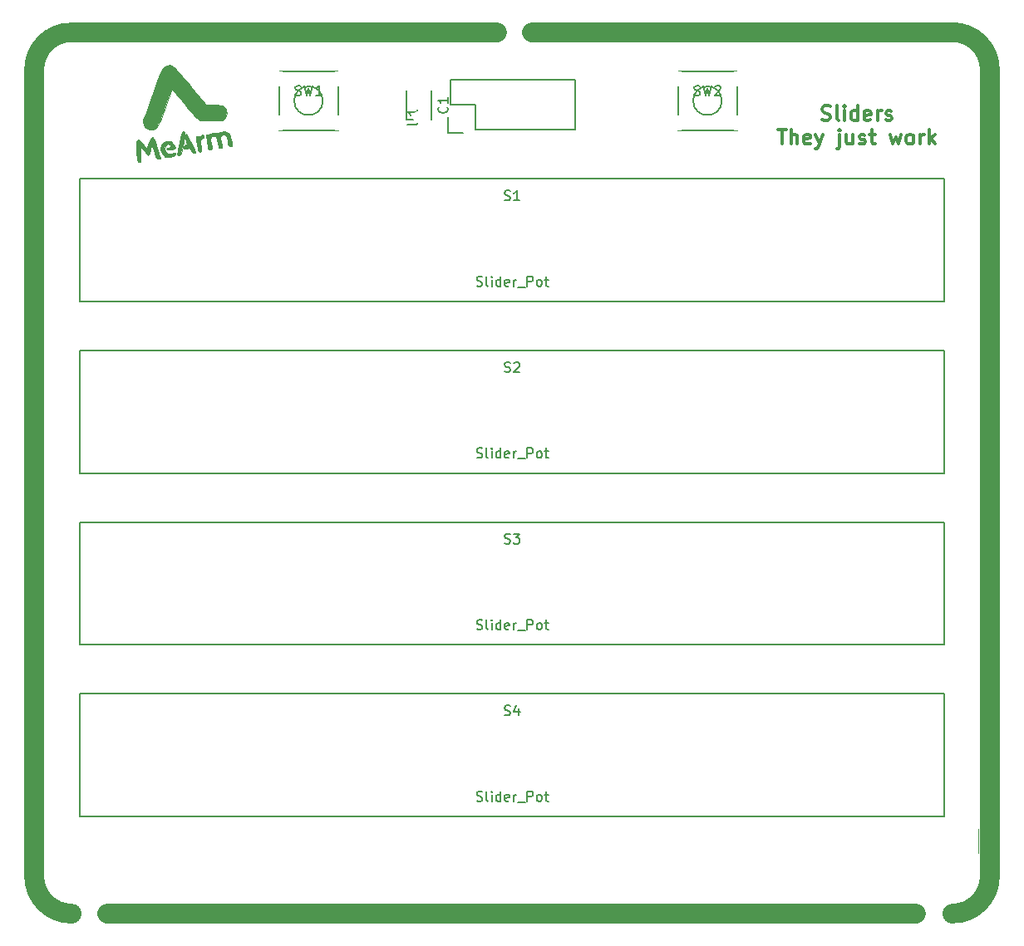
<source format=gto>
G04 #@! TF.FileFunction,Legend,Top*
%FSLAX46Y46*%
G04 Gerber Fmt 4.6, Leading zero omitted, Abs format (unit mm)*
G04 Created by KiCad (PCBNEW (2015-01-16 BZR 5376)-product) date 24/06/2015 09:06:33*
%MOMM*%
G01*
G04 APERTURE LIST*
%ADD10C,0.100000*%
%ADD11C,2.000000*%
%ADD12C,0.300000*%
%ADD13C,0.150000*%
%ADD14C,0.300000*%
%ADD15O,2.200000X1.524000*%
%ADD16R,1.300000X1.300000*%
%ADD17C,1.300000*%
%ADD18O,2.400000X3.000000*%
%ADD19R,1.727200X1.727200*%
%ADD20O,1.727200X1.727200*%
%ADD21C,4.000000*%
G04 APERTURE END LIST*
D10*
D11*
X134493000Y-43815000D02*
X177546000Y-43815000D01*
X87693500Y-43815000D02*
X131000500Y-43815000D01*
X91249500Y-133667500D02*
X173672500Y-133667500D01*
X181165500Y-47625000D02*
X181165500Y-130048000D01*
X83820000Y-47625000D02*
X83820000Y-129921000D01*
X83820000Y-129857500D02*
G75*
G03X87630000Y-133667500I3810000J0D01*
G01*
X181165500Y-47625000D02*
G75*
G03X177355500Y-43815000I-3810000J0D01*
G01*
X177355500Y-133667500D02*
G75*
G03X181165500Y-129857500I0J3810000D01*
G01*
X87630000Y-43815000D02*
G75*
G03X83820000Y-47625000I0J-3810000D01*
G01*
D12*
X164068572Y-52747143D02*
X164282858Y-52818571D01*
X164640001Y-52818571D01*
X164782858Y-52747143D01*
X164854287Y-52675714D01*
X164925715Y-52532857D01*
X164925715Y-52390000D01*
X164854287Y-52247143D01*
X164782858Y-52175714D01*
X164640001Y-52104286D01*
X164354287Y-52032857D01*
X164211429Y-51961429D01*
X164140001Y-51890000D01*
X164068572Y-51747143D01*
X164068572Y-51604286D01*
X164140001Y-51461429D01*
X164211429Y-51390000D01*
X164354287Y-51318571D01*
X164711429Y-51318571D01*
X164925715Y-51390000D01*
X165782858Y-52818571D02*
X165640000Y-52747143D01*
X165568572Y-52604286D01*
X165568572Y-51318571D01*
X166354286Y-52818571D02*
X166354286Y-51818571D01*
X166354286Y-51318571D02*
X166282857Y-51390000D01*
X166354286Y-51461429D01*
X166425714Y-51390000D01*
X166354286Y-51318571D01*
X166354286Y-51461429D01*
X167711429Y-52818571D02*
X167711429Y-51318571D01*
X167711429Y-52747143D02*
X167568572Y-52818571D01*
X167282858Y-52818571D01*
X167140000Y-52747143D01*
X167068572Y-52675714D01*
X166997143Y-52532857D01*
X166997143Y-52104286D01*
X167068572Y-51961429D01*
X167140000Y-51890000D01*
X167282858Y-51818571D01*
X167568572Y-51818571D01*
X167711429Y-51890000D01*
X168997143Y-52747143D02*
X168854286Y-52818571D01*
X168568572Y-52818571D01*
X168425715Y-52747143D01*
X168354286Y-52604286D01*
X168354286Y-52032857D01*
X168425715Y-51890000D01*
X168568572Y-51818571D01*
X168854286Y-51818571D01*
X168997143Y-51890000D01*
X169068572Y-52032857D01*
X169068572Y-52175714D01*
X168354286Y-52318571D01*
X169711429Y-52818571D02*
X169711429Y-51818571D01*
X169711429Y-52104286D02*
X169782857Y-51961429D01*
X169854286Y-51890000D01*
X169997143Y-51818571D01*
X170140000Y-51818571D01*
X170568571Y-52747143D02*
X170711428Y-52818571D01*
X170997143Y-52818571D01*
X171140000Y-52747143D01*
X171211428Y-52604286D01*
X171211428Y-52532857D01*
X171140000Y-52390000D01*
X170997143Y-52318571D01*
X170782857Y-52318571D01*
X170640000Y-52247143D01*
X170568571Y-52104286D01*
X170568571Y-52032857D01*
X170640000Y-51890000D01*
X170782857Y-51818571D01*
X170997143Y-51818571D01*
X171140000Y-51890000D01*
X159568571Y-53718571D02*
X160425714Y-53718571D01*
X159997143Y-55218571D02*
X159997143Y-53718571D01*
X160925714Y-55218571D02*
X160925714Y-53718571D01*
X161568571Y-55218571D02*
X161568571Y-54432857D01*
X161497142Y-54290000D01*
X161354285Y-54218571D01*
X161140000Y-54218571D01*
X160997142Y-54290000D01*
X160925714Y-54361429D01*
X162854285Y-55147143D02*
X162711428Y-55218571D01*
X162425714Y-55218571D01*
X162282857Y-55147143D01*
X162211428Y-55004286D01*
X162211428Y-54432857D01*
X162282857Y-54290000D01*
X162425714Y-54218571D01*
X162711428Y-54218571D01*
X162854285Y-54290000D01*
X162925714Y-54432857D01*
X162925714Y-54575714D01*
X162211428Y-54718571D01*
X163425714Y-54218571D02*
X163782857Y-55218571D01*
X164139999Y-54218571D02*
X163782857Y-55218571D01*
X163639999Y-55575714D01*
X163568571Y-55647143D01*
X163425714Y-55718571D01*
X165854285Y-54218571D02*
X165854285Y-55504286D01*
X165782856Y-55647143D01*
X165639999Y-55718571D01*
X165568571Y-55718571D01*
X165854285Y-53718571D02*
X165782856Y-53790000D01*
X165854285Y-53861429D01*
X165925713Y-53790000D01*
X165854285Y-53718571D01*
X165854285Y-53861429D01*
X167211428Y-54218571D02*
X167211428Y-55218571D01*
X166568571Y-54218571D02*
X166568571Y-55004286D01*
X166639999Y-55147143D01*
X166782857Y-55218571D01*
X166997142Y-55218571D01*
X167139999Y-55147143D01*
X167211428Y-55075714D01*
X167854285Y-55147143D02*
X167997142Y-55218571D01*
X168282857Y-55218571D01*
X168425714Y-55147143D01*
X168497142Y-55004286D01*
X168497142Y-54932857D01*
X168425714Y-54790000D01*
X168282857Y-54718571D01*
X168068571Y-54718571D01*
X167925714Y-54647143D01*
X167854285Y-54504286D01*
X167854285Y-54432857D01*
X167925714Y-54290000D01*
X168068571Y-54218571D01*
X168282857Y-54218571D01*
X168425714Y-54290000D01*
X168925714Y-54218571D02*
X169497143Y-54218571D01*
X169140000Y-53718571D02*
X169140000Y-55004286D01*
X169211428Y-55147143D01*
X169354286Y-55218571D01*
X169497143Y-55218571D01*
X170997143Y-54218571D02*
X171282857Y-55218571D01*
X171568571Y-54504286D01*
X171854286Y-55218571D01*
X172140000Y-54218571D01*
X172925715Y-55218571D02*
X172782857Y-55147143D01*
X172711429Y-55075714D01*
X172640000Y-54932857D01*
X172640000Y-54504286D01*
X172711429Y-54361429D01*
X172782857Y-54290000D01*
X172925715Y-54218571D01*
X173140000Y-54218571D01*
X173282857Y-54290000D01*
X173354286Y-54361429D01*
X173425715Y-54504286D01*
X173425715Y-54932857D01*
X173354286Y-55075714D01*
X173282857Y-55147143D01*
X173140000Y-55218571D01*
X172925715Y-55218571D01*
X174068572Y-55218571D02*
X174068572Y-54218571D01*
X174068572Y-54504286D02*
X174140000Y-54361429D01*
X174211429Y-54290000D01*
X174354286Y-54218571D01*
X174497143Y-54218571D01*
X174997143Y-55218571D02*
X174997143Y-53718571D01*
X175140000Y-54647143D02*
X175568571Y-55218571D01*
X175568571Y-54218571D02*
X174997143Y-54790000D01*
D10*
X180000000Y-125000000D02*
X180000000Y-127500000D01*
D13*
X149400000Y-53800000D02*
X149400000Y-47800000D01*
X149400000Y-47800000D02*
X155400000Y-47800000D01*
X155400000Y-47800000D02*
X155400000Y-53800000D01*
X155400000Y-53800000D02*
X149400000Y-53800000D01*
X153857738Y-50800000D02*
G75*
G03X153857738Y-50800000I-1457738J0D01*
G01*
X108760000Y-53800000D02*
X108760000Y-47800000D01*
X108760000Y-47800000D02*
X114760000Y-47800000D01*
X114760000Y-47800000D02*
X114760000Y-53800000D01*
X114760000Y-53800000D02*
X108760000Y-53800000D01*
X113217738Y-50800000D02*
G75*
G03X113217738Y-50800000I-1457738J0D01*
G01*
X124250000Y-49750000D02*
X124250000Y-52750000D01*
X121750000Y-52750000D02*
X121750000Y-49750000D01*
X88500000Y-58750000D02*
X176500000Y-58750000D01*
X176500000Y-58750000D02*
X176500000Y-71250000D01*
X176500000Y-71250000D02*
X88500000Y-71250000D01*
X88500000Y-58750000D02*
X88500000Y-71250000D01*
X88500000Y-76250000D02*
X176500000Y-76250000D01*
X176500000Y-76250000D02*
X176500000Y-88750000D01*
X176500000Y-88750000D02*
X88500000Y-88750000D01*
X88500000Y-76250000D02*
X88500000Y-88750000D01*
X88500000Y-93750000D02*
X176500000Y-93750000D01*
X176500000Y-93750000D02*
X176500000Y-106250000D01*
X176500000Y-106250000D02*
X88500000Y-106250000D01*
X88500000Y-93750000D02*
X88500000Y-106250000D01*
X88500000Y-111250000D02*
X176500000Y-111250000D01*
X176500000Y-111250000D02*
X176500000Y-123750000D01*
X176500000Y-123750000D02*
X88500000Y-123750000D01*
X88500000Y-111250000D02*
X88500000Y-123750000D01*
X126230000Y-48690000D02*
X138930000Y-48690000D01*
X138930000Y-48690000D02*
X138930000Y-53770000D01*
X138930000Y-53770000D02*
X128770000Y-53770000D01*
X126230000Y-48690000D02*
X126230000Y-51230000D01*
X125950000Y-52500000D02*
X125950000Y-54050000D01*
X126230000Y-51230000D02*
X128770000Y-51230000D01*
X128770000Y-51230000D02*
X128770000Y-53770000D01*
X125950000Y-54050000D02*
X127500000Y-54050000D01*
D10*
G36*
X96654350Y-56578500D02*
X96651023Y-56690311D01*
X96520447Y-56726127D01*
X96486958Y-56726667D01*
X96372593Y-56710694D01*
X96287545Y-56640160D01*
X96210006Y-56481140D01*
X96118168Y-56199711D01*
X96092357Y-56112833D01*
X95996587Y-55807471D01*
X95910128Y-55566137D01*
X95849726Y-55435038D01*
X95844101Y-55427896D01*
X95784657Y-55461073D01*
X95700162Y-55620167D01*
X95629923Y-55808896D01*
X95539432Y-56068891D01*
X95461582Y-56260305D01*
X95426123Y-56324236D01*
X95350711Y-56295198D01*
X95208440Y-56157973D01*
X95034364Y-55947654D01*
X94855030Y-55718128D01*
X94750893Y-55610421D01*
X94697960Y-55609109D01*
X94672239Y-55698770D01*
X94670050Y-55713463D01*
X94659421Y-55903606D01*
X94661030Y-56195840D01*
X94672818Y-56492212D01*
X94686222Y-56795713D01*
X94676862Y-56967555D01*
X94635087Y-57044905D01*
X94551246Y-57064928D01*
X94523996Y-57065333D01*
X94421497Y-57045761D01*
X94357897Y-56961684D01*
X94315973Y-56775059D01*
X94288395Y-56544913D01*
X94259677Y-56175683D01*
X94239965Y-55741573D01*
X94234000Y-55401913D01*
X94238423Y-55080457D01*
X94257839Y-54893060D01*
X94301463Y-54804549D01*
X94378515Y-54779746D01*
X94397148Y-54779333D01*
X94541967Y-54846386D01*
X94738434Y-55026577D01*
X94883981Y-55199060D01*
X95061104Y-55418433D01*
X95199976Y-55571665D01*
X95264264Y-55622393D01*
X95317077Y-55550332D01*
X95401908Y-55357657D01*
X95500712Y-55085521D01*
X95504000Y-55075667D01*
X95620397Y-54763574D01*
X95721143Y-54589926D01*
X95823462Y-54527052D01*
X95846566Y-54525333D01*
X95899562Y-54533208D01*
X95949828Y-54569134D01*
X96004624Y-54651562D01*
X96071210Y-54798943D01*
X96156843Y-55029729D01*
X96268785Y-55362370D01*
X96414294Y-55815319D01*
X96600629Y-56407026D01*
X96654350Y-56578500D01*
X96654350Y-56578500D01*
X96654350Y-56578500D01*
G37*
X96654350Y-56578500D02*
X96651023Y-56690311D01*
X96520447Y-56726127D01*
X96486958Y-56726667D01*
X96372593Y-56710694D01*
X96287545Y-56640160D01*
X96210006Y-56481140D01*
X96118168Y-56199711D01*
X96092357Y-56112833D01*
X95996587Y-55807471D01*
X95910128Y-55566137D01*
X95849726Y-55435038D01*
X95844101Y-55427896D01*
X95784657Y-55461073D01*
X95700162Y-55620167D01*
X95629923Y-55808896D01*
X95539432Y-56068891D01*
X95461582Y-56260305D01*
X95426123Y-56324236D01*
X95350711Y-56295198D01*
X95208440Y-56157973D01*
X95034364Y-55947654D01*
X94855030Y-55718128D01*
X94750893Y-55610421D01*
X94697960Y-55609109D01*
X94672239Y-55698770D01*
X94670050Y-55713463D01*
X94659421Y-55903606D01*
X94661030Y-56195840D01*
X94672818Y-56492212D01*
X94686222Y-56795713D01*
X94676862Y-56967555D01*
X94635087Y-57044905D01*
X94551246Y-57064928D01*
X94523996Y-57065333D01*
X94421497Y-57045761D01*
X94357897Y-56961684D01*
X94315973Y-56775059D01*
X94288395Y-56544913D01*
X94259677Y-56175683D01*
X94239965Y-55741573D01*
X94234000Y-55401913D01*
X94238423Y-55080457D01*
X94257839Y-54893060D01*
X94301463Y-54804549D01*
X94378515Y-54779746D01*
X94397148Y-54779333D01*
X94541967Y-54846386D01*
X94738434Y-55026577D01*
X94883981Y-55199060D01*
X95061104Y-55418433D01*
X95199976Y-55571665D01*
X95264264Y-55622393D01*
X95317077Y-55550332D01*
X95401908Y-55357657D01*
X95500712Y-55085521D01*
X95504000Y-55075667D01*
X95620397Y-54763574D01*
X95721143Y-54589926D01*
X95823462Y-54527052D01*
X95846566Y-54525333D01*
X95899562Y-54533208D01*
X95949828Y-54569134D01*
X96004624Y-54651562D01*
X96071210Y-54798943D01*
X96156843Y-55029729D01*
X96268785Y-55362370D01*
X96414294Y-55815319D01*
X96600629Y-56407026D01*
X96654350Y-56578500D01*
X96654350Y-56578500D01*
G36*
X98213334Y-56196018D02*
X98137784Y-56353175D01*
X97943685Y-56472902D01*
X97679861Y-56543454D01*
X97395138Y-56553085D01*
X97138339Y-56490051D01*
X97091498Y-56465884D01*
X96921566Y-56297675D01*
X96774923Y-56041450D01*
X96694278Y-55777410D01*
X96689334Y-55710667D01*
X96762462Y-55386307D01*
X96955295Y-55124207D01*
X97228005Y-54953394D01*
X97540763Y-54902894D01*
X97739287Y-54945481D01*
X97897657Y-55059620D01*
X98046153Y-55248001D01*
X98149462Y-55452408D01*
X98172269Y-55614627D01*
X98161460Y-55641436D01*
X98046626Y-55702758D01*
X97830807Y-55747610D01*
X97582054Y-55769530D01*
X97368421Y-55762058D01*
X97264109Y-55726642D01*
X97253333Y-55649686D01*
X97397009Y-55580440D01*
X97460974Y-55562525D01*
X97673940Y-55478108D01*
X97719467Y-55376561D01*
X97598893Y-55254458D01*
X97584872Y-55245433D01*
X97409256Y-55206593D01*
X97262678Y-55295576D01*
X97161769Y-55471325D01*
X97123162Y-55692787D01*
X97163489Y-55918905D01*
X97253162Y-56064245D01*
X97470721Y-56184670D01*
X97774944Y-56185337D01*
X98065167Y-56095510D01*
X98183269Y-56081944D01*
X98213334Y-56196018D01*
X98213334Y-56196018D01*
X98213334Y-56196018D01*
G37*
X98213334Y-56196018D02*
X98137784Y-56353175D01*
X97943685Y-56472902D01*
X97679861Y-56543454D01*
X97395138Y-56553085D01*
X97138339Y-56490051D01*
X97091498Y-56465884D01*
X96921566Y-56297675D01*
X96774923Y-56041450D01*
X96694278Y-55777410D01*
X96689334Y-55710667D01*
X96762462Y-55386307D01*
X96955295Y-55124207D01*
X97228005Y-54953394D01*
X97540763Y-54902894D01*
X97739287Y-54945481D01*
X97897657Y-55059620D01*
X98046153Y-55248001D01*
X98149462Y-55452408D01*
X98172269Y-55614627D01*
X98161460Y-55641436D01*
X98046626Y-55702758D01*
X97830807Y-55747610D01*
X97582054Y-55769530D01*
X97368421Y-55762058D01*
X97264109Y-55726642D01*
X97253333Y-55649686D01*
X97397009Y-55580440D01*
X97460974Y-55562525D01*
X97673940Y-55478108D01*
X97719467Y-55376561D01*
X97598893Y-55254458D01*
X97584872Y-55245433D01*
X97409256Y-55206593D01*
X97262678Y-55295576D01*
X97161769Y-55471325D01*
X97123162Y-55692787D01*
X97163489Y-55918905D01*
X97253162Y-56064245D01*
X97470721Y-56184670D01*
X97774944Y-56185337D01*
X98065167Y-56095510D01*
X98183269Y-56081944D01*
X98213334Y-56196018D01*
X98213334Y-56196018D01*
G36*
X99137660Y-54157345D02*
X99109987Y-54454020D01*
X99041751Y-54887652D01*
X98931737Y-55468792D01*
X98856603Y-55837667D01*
X98786959Y-56126952D01*
X98715378Y-56287664D01*
X98619696Y-56359353D01*
X98555937Y-56374166D01*
X98415633Y-56371152D01*
X98393730Y-56271239D01*
X98407097Y-56204832D01*
X98438845Y-56042140D01*
X98488599Y-55755834D01*
X98548926Y-55389712D01*
X98598731Y-55075667D01*
X98685875Y-54588660D01*
X98775610Y-54251222D01*
X98876152Y-54043679D01*
X98995719Y-53946360D01*
X99076182Y-53932667D01*
X99125986Y-53987078D01*
X99137660Y-54157345D01*
X99137660Y-54157345D01*
X99137660Y-54157345D01*
G37*
X99137660Y-54157345D02*
X99109987Y-54454020D01*
X99041751Y-54887652D01*
X98931737Y-55468792D01*
X98856603Y-55837667D01*
X98786959Y-56126952D01*
X98715378Y-56287664D01*
X98619696Y-56359353D01*
X98555937Y-56374166D01*
X98415633Y-56371152D01*
X98393730Y-56271239D01*
X98407097Y-56204832D01*
X98438845Y-56042140D01*
X98488599Y-55755834D01*
X98548926Y-55389712D01*
X98598731Y-55075667D01*
X98685875Y-54588660D01*
X98775610Y-54251222D01*
X98876152Y-54043679D01*
X98995719Y-53946360D01*
X99076182Y-53932667D01*
X99125986Y-53987078D01*
X99137660Y-54157345D01*
X99137660Y-54157345D01*
G36*
X100236870Y-55989016D02*
X100219684Y-56066977D01*
X100060308Y-56126111D01*
X99927149Y-56056107D01*
X99799506Y-55870291D01*
X99679529Y-55696003D01*
X99547526Y-55640984D01*
X99355006Y-55662996D01*
X99158447Y-55688882D01*
X99076649Y-55647106D01*
X99060012Y-55510739D01*
X99060000Y-55502836D01*
X99098193Y-55334939D01*
X99229334Y-55287333D01*
X99357547Y-55274409D01*
X99387084Y-55209053D01*
X99324000Y-55051395D01*
X99278713Y-54962293D01*
X99199023Y-54627866D01*
X99218035Y-54440506D01*
X99277310Y-54150683D01*
X99799173Y-55076615D01*
X100032791Y-55505222D01*
X100176989Y-55805350D01*
X100236870Y-55989016D01*
X100236870Y-55989016D01*
X100236870Y-55989016D01*
G37*
X100236870Y-55989016D02*
X100219684Y-56066977D01*
X100060308Y-56126111D01*
X99927149Y-56056107D01*
X99799506Y-55870291D01*
X99679529Y-55696003D01*
X99547526Y-55640984D01*
X99355006Y-55662996D01*
X99158447Y-55688882D01*
X99076649Y-55647106D01*
X99060012Y-55510739D01*
X99060000Y-55502836D01*
X99098193Y-55334939D01*
X99229334Y-55287333D01*
X99357547Y-55274409D01*
X99387084Y-55209053D01*
X99324000Y-55051395D01*
X99278713Y-54962293D01*
X99199023Y-54627866D01*
X99218035Y-54440506D01*
X99277310Y-54150683D01*
X99799173Y-55076615D01*
X100032791Y-55505222D01*
X100176989Y-55805350D01*
X100236870Y-55989016D01*
X100236870Y-55989016D01*
G36*
X101092000Y-54440667D02*
X101059051Y-54578286D01*
X101013381Y-54610000D01*
X100894184Y-54663864D01*
X100813842Y-54730920D01*
X100751804Y-54824206D01*
X100734287Y-54964653D01*
X100760094Y-55197232D01*
X100796050Y-55400629D01*
X100848424Y-55694374D01*
X100862538Y-55861769D01*
X100832581Y-55942656D01*
X100752746Y-55976880D01*
X100710789Y-55985429D01*
X100619980Y-55990800D01*
X100554514Y-55945644D01*
X100500982Y-55819964D01*
X100445975Y-55583763D01*
X100384961Y-55256542D01*
X100320142Y-54843393D01*
X100305683Y-54572774D01*
X100346747Y-54424023D01*
X100448494Y-54376479D01*
X100598042Y-54403710D01*
X100745675Y-54398314D01*
X100793538Y-54359444D01*
X100916976Y-54272957D01*
X101041996Y-54313011D01*
X101092000Y-54440667D01*
X101092000Y-54440667D01*
X101092000Y-54440667D01*
G37*
X101092000Y-54440667D02*
X101059051Y-54578286D01*
X101013381Y-54610000D01*
X100894184Y-54663864D01*
X100813842Y-54730920D01*
X100751804Y-54824206D01*
X100734287Y-54964653D01*
X100760094Y-55197232D01*
X100796050Y-55400629D01*
X100848424Y-55694374D01*
X100862538Y-55861769D01*
X100832581Y-55942656D01*
X100752746Y-55976880D01*
X100710789Y-55985429D01*
X100619980Y-55990800D01*
X100554514Y-55945644D01*
X100500982Y-55819964D01*
X100445975Y-55583763D01*
X100384961Y-55256542D01*
X100320142Y-54843393D01*
X100305683Y-54572774D01*
X100346747Y-54424023D01*
X100448494Y-54376479D01*
X100598042Y-54403710D01*
X100745675Y-54398314D01*
X100793538Y-54359444D01*
X100916976Y-54272957D01*
X101041996Y-54313011D01*
X101092000Y-54440667D01*
X101092000Y-54440667D01*
G36*
X103955900Y-55270412D02*
X103946124Y-55402976D01*
X103887170Y-55451111D01*
X103814984Y-55456667D01*
X103704967Y-55436027D01*
X103628634Y-55351730D01*
X103569939Y-55170207D01*
X103512837Y-54857889D01*
X103505062Y-54808309D01*
X103443822Y-54546614D01*
X103360230Y-54337654D01*
X103338819Y-54303659D01*
X103235792Y-54204427D01*
X103104897Y-54211673D01*
X102995918Y-54256421D01*
X102891618Y-54309342D01*
X102827350Y-54374980D01*
X102801118Y-54484482D01*
X102810930Y-54668996D01*
X102854792Y-54959669D01*
X102925396Y-55358136D01*
X102948310Y-55547090D01*
X102904645Y-55616401D01*
X102776990Y-55612136D01*
X102644893Y-55562889D01*
X102565743Y-55432577D01*
X102514506Y-55202667D01*
X102433152Y-54788319D01*
X102344326Y-54525316D01*
X102233982Y-54395799D01*
X102088075Y-54381906D01*
X101922192Y-54449484D01*
X101832924Y-54524440D01*
X101789049Y-54649237D01*
X101790047Y-54853803D01*
X101835398Y-55168072D01*
X101903586Y-55520167D01*
X101929027Y-55707591D01*
X101880271Y-55782497D01*
X101751216Y-55795333D01*
X101649950Y-55784877D01*
X101580488Y-55731870D01*
X101528864Y-55603857D01*
X101481108Y-55368382D01*
X101432381Y-55054500D01*
X101386712Y-54719566D01*
X101358195Y-54453097D01*
X101350818Y-54295605D01*
X101355248Y-54271333D01*
X101456687Y-54236376D01*
X101557667Y-54229000D01*
X101754794Y-54195068D01*
X101836023Y-54158532D01*
X101988578Y-54117238D01*
X102220803Y-54107796D01*
X102259357Y-54109912D01*
X102552834Y-54087623D01*
X102854773Y-54004228D01*
X102887117Y-53990436D01*
X103212948Y-53900382D01*
X103475923Y-53956528D01*
X103680388Y-54163142D01*
X103830689Y-54524496D01*
X103926885Y-55012167D01*
X103955900Y-55270412D01*
X103955900Y-55270412D01*
X103955900Y-55270412D01*
G37*
X103955900Y-55270412D02*
X103946124Y-55402976D01*
X103887170Y-55451111D01*
X103814984Y-55456667D01*
X103704967Y-55436027D01*
X103628634Y-55351730D01*
X103569939Y-55170207D01*
X103512837Y-54857889D01*
X103505062Y-54808309D01*
X103443822Y-54546614D01*
X103360230Y-54337654D01*
X103338819Y-54303659D01*
X103235792Y-54204427D01*
X103104897Y-54211673D01*
X102995918Y-54256421D01*
X102891618Y-54309342D01*
X102827350Y-54374980D01*
X102801118Y-54484482D01*
X102810930Y-54668996D01*
X102854792Y-54959669D01*
X102925396Y-55358136D01*
X102948310Y-55547090D01*
X102904645Y-55616401D01*
X102776990Y-55612136D01*
X102644893Y-55562889D01*
X102565743Y-55432577D01*
X102514506Y-55202667D01*
X102433152Y-54788319D01*
X102344326Y-54525316D01*
X102233982Y-54395799D01*
X102088075Y-54381906D01*
X101922192Y-54449484D01*
X101832924Y-54524440D01*
X101789049Y-54649237D01*
X101790047Y-54853803D01*
X101835398Y-55168072D01*
X101903586Y-55520167D01*
X101929027Y-55707591D01*
X101880271Y-55782497D01*
X101751216Y-55795333D01*
X101649950Y-55784877D01*
X101580488Y-55731870D01*
X101528864Y-55603857D01*
X101481108Y-55368382D01*
X101432381Y-55054500D01*
X101386712Y-54719566D01*
X101358195Y-54453097D01*
X101350818Y-54295605D01*
X101355248Y-54271333D01*
X101456687Y-54236376D01*
X101557667Y-54229000D01*
X101754794Y-54195068D01*
X101836023Y-54158532D01*
X101988578Y-54117238D01*
X102220803Y-54107796D01*
X102259357Y-54109912D01*
X102552834Y-54087623D01*
X102854773Y-54004228D01*
X102887117Y-53990436D01*
X103212948Y-53900382D01*
X103475923Y-53956528D01*
X103680388Y-54163142D01*
X103830689Y-54524496D01*
X103926885Y-55012167D01*
X103955900Y-55270412D01*
X103955900Y-55270412D01*
G36*
X103420334Y-52027667D02*
X103400515Y-52301970D01*
X103321041Y-52485387D01*
X103182779Y-52627664D01*
X103075038Y-52711847D01*
X102960461Y-52769085D01*
X102805414Y-52804548D01*
X102576266Y-52823405D01*
X102239381Y-52830824D01*
X101853263Y-52832000D01*
X101410364Y-52824912D01*
X101023465Y-52805449D01*
X100730149Y-52776308D01*
X100567996Y-52740188D01*
X100566817Y-52739637D01*
X100458428Y-52649866D01*
X100260912Y-52448685D01*
X99992202Y-52155878D01*
X99670236Y-51791226D01*
X99312946Y-51374513D01*
X99108871Y-51131488D01*
X98751153Y-50704026D01*
X98431255Y-50324999D01*
X98164406Y-50012184D01*
X97965832Y-49783356D01*
X97850761Y-49656291D01*
X97828073Y-49636351D01*
X97795737Y-49718422D01*
X97714557Y-49937235D01*
X97592804Y-50270122D01*
X97438751Y-50694415D01*
X97260668Y-51187447D01*
X97156327Y-51477333D01*
X96923598Y-52114985D01*
X96734128Y-52610113D01*
X96579674Y-52981505D01*
X96451995Y-53247950D01*
X96342849Y-53428236D01*
X96255623Y-53530500D01*
X95948464Y-53722648D01*
X95611966Y-53748236D01*
X95336335Y-53654583D01*
X95101497Y-53453074D01*
X94947419Y-53162564D01*
X94912582Y-52956087D01*
X94940420Y-52841316D01*
X95018905Y-52591302D01*
X95139634Y-52229505D01*
X95294205Y-51779388D01*
X95474218Y-51264411D01*
X95671270Y-50708037D01*
X95876960Y-50133726D01*
X96082886Y-49564940D01*
X96280646Y-49025139D01*
X96461840Y-48537786D01*
X96618065Y-48126342D01*
X96740919Y-47814268D01*
X96820647Y-47627869D01*
X97034058Y-47350176D01*
X97326425Y-47193959D01*
X97652958Y-47169297D01*
X97968865Y-47286266D01*
X98054602Y-47350254D01*
X98165981Y-47463724D01*
X98369090Y-47688847D01*
X98647656Y-48006856D01*
X98985405Y-48398986D01*
X99366065Y-48846470D01*
X99773362Y-49330542D01*
X99816263Y-49381833D01*
X101355656Y-51223333D01*
X102150440Y-51223333D01*
X102533030Y-51227445D01*
X102789239Y-51245436D01*
X102961933Y-51285791D01*
X103093979Y-51356996D01*
X103182779Y-51427669D01*
X103337235Y-51593536D01*
X103406315Y-51785324D01*
X103420334Y-52027667D01*
X103420334Y-52027667D01*
X103420334Y-52027667D01*
G37*
X103420334Y-52027667D02*
X103400515Y-52301970D01*
X103321041Y-52485387D01*
X103182779Y-52627664D01*
X103075038Y-52711847D01*
X102960461Y-52769085D01*
X102805414Y-52804548D01*
X102576266Y-52823405D01*
X102239381Y-52830824D01*
X101853263Y-52832000D01*
X101410364Y-52824912D01*
X101023465Y-52805449D01*
X100730149Y-52776308D01*
X100567996Y-52740188D01*
X100566817Y-52739637D01*
X100458428Y-52649866D01*
X100260912Y-52448685D01*
X99992202Y-52155878D01*
X99670236Y-51791226D01*
X99312946Y-51374513D01*
X99108871Y-51131488D01*
X98751153Y-50704026D01*
X98431255Y-50324999D01*
X98164406Y-50012184D01*
X97965832Y-49783356D01*
X97850761Y-49656291D01*
X97828073Y-49636351D01*
X97795737Y-49718422D01*
X97714557Y-49937235D01*
X97592804Y-50270122D01*
X97438751Y-50694415D01*
X97260668Y-51187447D01*
X97156327Y-51477333D01*
X96923598Y-52114985D01*
X96734128Y-52610113D01*
X96579674Y-52981505D01*
X96451995Y-53247950D01*
X96342849Y-53428236D01*
X96255623Y-53530500D01*
X95948464Y-53722648D01*
X95611966Y-53748236D01*
X95336335Y-53654583D01*
X95101497Y-53453074D01*
X94947419Y-53162564D01*
X94912582Y-52956087D01*
X94940420Y-52841316D01*
X95018905Y-52591302D01*
X95139634Y-52229505D01*
X95294205Y-51779388D01*
X95474218Y-51264411D01*
X95671270Y-50708037D01*
X95876960Y-50133726D01*
X96082886Y-49564940D01*
X96280646Y-49025139D01*
X96461840Y-48537786D01*
X96618065Y-48126342D01*
X96740919Y-47814268D01*
X96820647Y-47627869D01*
X97034058Y-47350176D01*
X97326425Y-47193959D01*
X97652958Y-47169297D01*
X97968865Y-47286266D01*
X98054602Y-47350254D01*
X98165981Y-47463724D01*
X98369090Y-47688847D01*
X98647656Y-48006856D01*
X98985405Y-48398986D01*
X99366065Y-48846470D01*
X99773362Y-49330542D01*
X99816263Y-49381833D01*
X101355656Y-51223333D01*
X102150440Y-51223333D01*
X102533030Y-51227445D01*
X102789239Y-51245436D01*
X102961933Y-51285791D01*
X103093979Y-51356996D01*
X103182779Y-51427669D01*
X103337235Y-51593536D01*
X103406315Y-51785324D01*
X103420334Y-52027667D01*
X103420334Y-52027667D01*
D13*
X151066667Y-50204762D02*
X151209524Y-50252381D01*
X151447620Y-50252381D01*
X151542858Y-50204762D01*
X151590477Y-50157143D01*
X151638096Y-50061905D01*
X151638096Y-49966667D01*
X151590477Y-49871429D01*
X151542858Y-49823810D01*
X151447620Y-49776190D01*
X151257143Y-49728571D01*
X151161905Y-49680952D01*
X151114286Y-49633333D01*
X151066667Y-49538095D01*
X151066667Y-49442857D01*
X151114286Y-49347619D01*
X151161905Y-49300000D01*
X151257143Y-49252381D01*
X151495239Y-49252381D01*
X151638096Y-49300000D01*
X151971429Y-49252381D02*
X152209524Y-50252381D01*
X152400001Y-49538095D01*
X152590477Y-50252381D01*
X152828572Y-49252381D01*
X153161905Y-49347619D02*
X153209524Y-49300000D01*
X153304762Y-49252381D01*
X153542858Y-49252381D01*
X153638096Y-49300000D01*
X153685715Y-49347619D01*
X153733334Y-49442857D01*
X153733334Y-49538095D01*
X153685715Y-49680952D01*
X153114286Y-50252381D01*
X153733334Y-50252381D01*
X110426667Y-50204762D02*
X110569524Y-50252381D01*
X110807620Y-50252381D01*
X110902858Y-50204762D01*
X110950477Y-50157143D01*
X110998096Y-50061905D01*
X110998096Y-49966667D01*
X110950477Y-49871429D01*
X110902858Y-49823810D01*
X110807620Y-49776190D01*
X110617143Y-49728571D01*
X110521905Y-49680952D01*
X110474286Y-49633333D01*
X110426667Y-49538095D01*
X110426667Y-49442857D01*
X110474286Y-49347619D01*
X110521905Y-49300000D01*
X110617143Y-49252381D01*
X110855239Y-49252381D01*
X110998096Y-49300000D01*
X111331429Y-49252381D02*
X111569524Y-50252381D01*
X111760001Y-49538095D01*
X111950477Y-50252381D01*
X112188572Y-49252381D01*
X113093334Y-50252381D02*
X112521905Y-50252381D01*
X112807619Y-50252381D02*
X112807619Y-49252381D01*
X112712381Y-49395238D01*
X112617143Y-49490476D01*
X112521905Y-49538095D01*
X125857143Y-51416666D02*
X125904762Y-51464285D01*
X125952381Y-51607142D01*
X125952381Y-51702380D01*
X125904762Y-51845238D01*
X125809524Y-51940476D01*
X125714286Y-51988095D01*
X125523810Y-52035714D01*
X125380952Y-52035714D01*
X125190476Y-51988095D01*
X125095238Y-51940476D01*
X125000000Y-51845238D01*
X124952381Y-51702380D01*
X124952381Y-51607142D01*
X125000000Y-51464285D01*
X125047619Y-51416666D01*
X125952381Y-50464285D02*
X125952381Y-51035714D01*
X125952381Y-50750000D02*
X124952381Y-50750000D01*
X125095238Y-50845238D01*
X125190476Y-50940476D01*
X125238095Y-51035714D01*
X131738095Y-60904762D02*
X131880952Y-60952381D01*
X132119048Y-60952381D01*
X132214286Y-60904762D01*
X132261905Y-60857143D01*
X132309524Y-60761905D01*
X132309524Y-60666667D01*
X132261905Y-60571429D01*
X132214286Y-60523810D01*
X132119048Y-60476190D01*
X131928571Y-60428571D01*
X131833333Y-60380952D01*
X131785714Y-60333333D01*
X131738095Y-60238095D01*
X131738095Y-60142857D01*
X131785714Y-60047619D01*
X131833333Y-60000000D01*
X131928571Y-59952381D01*
X132166667Y-59952381D01*
X132309524Y-60000000D01*
X133261905Y-60952381D02*
X132690476Y-60952381D01*
X132976190Y-60952381D02*
X132976190Y-59952381D01*
X132880952Y-60095238D01*
X132785714Y-60190476D01*
X132690476Y-60238095D01*
X128904761Y-69654762D02*
X129047618Y-69702381D01*
X129285714Y-69702381D01*
X129380952Y-69654762D01*
X129428571Y-69607143D01*
X129476190Y-69511905D01*
X129476190Y-69416667D01*
X129428571Y-69321429D01*
X129380952Y-69273810D01*
X129285714Y-69226190D01*
X129095237Y-69178571D01*
X128999999Y-69130952D01*
X128952380Y-69083333D01*
X128904761Y-68988095D01*
X128904761Y-68892857D01*
X128952380Y-68797619D01*
X128999999Y-68750000D01*
X129095237Y-68702381D01*
X129333333Y-68702381D01*
X129476190Y-68750000D01*
X130047618Y-69702381D02*
X129952380Y-69654762D01*
X129904761Y-69559524D01*
X129904761Y-68702381D01*
X130428571Y-69702381D02*
X130428571Y-69035714D01*
X130428571Y-68702381D02*
X130380952Y-68750000D01*
X130428571Y-68797619D01*
X130476190Y-68750000D01*
X130428571Y-68702381D01*
X130428571Y-68797619D01*
X131333333Y-69702381D02*
X131333333Y-68702381D01*
X131333333Y-69654762D02*
X131238095Y-69702381D01*
X131047618Y-69702381D01*
X130952380Y-69654762D01*
X130904761Y-69607143D01*
X130857142Y-69511905D01*
X130857142Y-69226190D01*
X130904761Y-69130952D01*
X130952380Y-69083333D01*
X131047618Y-69035714D01*
X131238095Y-69035714D01*
X131333333Y-69083333D01*
X132190476Y-69654762D02*
X132095238Y-69702381D01*
X131904761Y-69702381D01*
X131809523Y-69654762D01*
X131761904Y-69559524D01*
X131761904Y-69178571D01*
X131809523Y-69083333D01*
X131904761Y-69035714D01*
X132095238Y-69035714D01*
X132190476Y-69083333D01*
X132238095Y-69178571D01*
X132238095Y-69273810D01*
X131761904Y-69369048D01*
X132666666Y-69702381D02*
X132666666Y-69035714D01*
X132666666Y-69226190D02*
X132714285Y-69130952D01*
X132761904Y-69083333D01*
X132857142Y-69035714D01*
X132952381Y-69035714D01*
X133047619Y-69797619D02*
X133809524Y-69797619D01*
X134047619Y-69702381D02*
X134047619Y-68702381D01*
X134428572Y-68702381D01*
X134523810Y-68750000D01*
X134571429Y-68797619D01*
X134619048Y-68892857D01*
X134619048Y-69035714D01*
X134571429Y-69130952D01*
X134523810Y-69178571D01*
X134428572Y-69226190D01*
X134047619Y-69226190D01*
X135190476Y-69702381D02*
X135095238Y-69654762D01*
X135047619Y-69607143D01*
X135000000Y-69511905D01*
X135000000Y-69226190D01*
X135047619Y-69130952D01*
X135095238Y-69083333D01*
X135190476Y-69035714D01*
X135333334Y-69035714D01*
X135428572Y-69083333D01*
X135476191Y-69130952D01*
X135523810Y-69226190D01*
X135523810Y-69511905D01*
X135476191Y-69607143D01*
X135428572Y-69654762D01*
X135333334Y-69702381D01*
X135190476Y-69702381D01*
X135809524Y-69035714D02*
X136190476Y-69035714D01*
X135952381Y-68702381D02*
X135952381Y-69559524D01*
X136000000Y-69654762D01*
X136095238Y-69702381D01*
X136190476Y-69702381D01*
X131738095Y-78404762D02*
X131880952Y-78452381D01*
X132119048Y-78452381D01*
X132214286Y-78404762D01*
X132261905Y-78357143D01*
X132309524Y-78261905D01*
X132309524Y-78166667D01*
X132261905Y-78071429D01*
X132214286Y-78023810D01*
X132119048Y-77976190D01*
X131928571Y-77928571D01*
X131833333Y-77880952D01*
X131785714Y-77833333D01*
X131738095Y-77738095D01*
X131738095Y-77642857D01*
X131785714Y-77547619D01*
X131833333Y-77500000D01*
X131928571Y-77452381D01*
X132166667Y-77452381D01*
X132309524Y-77500000D01*
X132690476Y-77547619D02*
X132738095Y-77500000D01*
X132833333Y-77452381D01*
X133071429Y-77452381D01*
X133166667Y-77500000D01*
X133214286Y-77547619D01*
X133261905Y-77642857D01*
X133261905Y-77738095D01*
X133214286Y-77880952D01*
X132642857Y-78452381D01*
X133261905Y-78452381D01*
X128904761Y-87154762D02*
X129047618Y-87202381D01*
X129285714Y-87202381D01*
X129380952Y-87154762D01*
X129428571Y-87107143D01*
X129476190Y-87011905D01*
X129476190Y-86916667D01*
X129428571Y-86821429D01*
X129380952Y-86773810D01*
X129285714Y-86726190D01*
X129095237Y-86678571D01*
X128999999Y-86630952D01*
X128952380Y-86583333D01*
X128904761Y-86488095D01*
X128904761Y-86392857D01*
X128952380Y-86297619D01*
X128999999Y-86250000D01*
X129095237Y-86202381D01*
X129333333Y-86202381D01*
X129476190Y-86250000D01*
X130047618Y-87202381D02*
X129952380Y-87154762D01*
X129904761Y-87059524D01*
X129904761Y-86202381D01*
X130428571Y-87202381D02*
X130428571Y-86535714D01*
X130428571Y-86202381D02*
X130380952Y-86250000D01*
X130428571Y-86297619D01*
X130476190Y-86250000D01*
X130428571Y-86202381D01*
X130428571Y-86297619D01*
X131333333Y-87202381D02*
X131333333Y-86202381D01*
X131333333Y-87154762D02*
X131238095Y-87202381D01*
X131047618Y-87202381D01*
X130952380Y-87154762D01*
X130904761Y-87107143D01*
X130857142Y-87011905D01*
X130857142Y-86726190D01*
X130904761Y-86630952D01*
X130952380Y-86583333D01*
X131047618Y-86535714D01*
X131238095Y-86535714D01*
X131333333Y-86583333D01*
X132190476Y-87154762D02*
X132095238Y-87202381D01*
X131904761Y-87202381D01*
X131809523Y-87154762D01*
X131761904Y-87059524D01*
X131761904Y-86678571D01*
X131809523Y-86583333D01*
X131904761Y-86535714D01*
X132095238Y-86535714D01*
X132190476Y-86583333D01*
X132238095Y-86678571D01*
X132238095Y-86773810D01*
X131761904Y-86869048D01*
X132666666Y-87202381D02*
X132666666Y-86535714D01*
X132666666Y-86726190D02*
X132714285Y-86630952D01*
X132761904Y-86583333D01*
X132857142Y-86535714D01*
X132952381Y-86535714D01*
X133047619Y-87297619D02*
X133809524Y-87297619D01*
X134047619Y-87202381D02*
X134047619Y-86202381D01*
X134428572Y-86202381D01*
X134523810Y-86250000D01*
X134571429Y-86297619D01*
X134619048Y-86392857D01*
X134619048Y-86535714D01*
X134571429Y-86630952D01*
X134523810Y-86678571D01*
X134428572Y-86726190D01*
X134047619Y-86726190D01*
X135190476Y-87202381D02*
X135095238Y-87154762D01*
X135047619Y-87107143D01*
X135000000Y-87011905D01*
X135000000Y-86726190D01*
X135047619Y-86630952D01*
X135095238Y-86583333D01*
X135190476Y-86535714D01*
X135333334Y-86535714D01*
X135428572Y-86583333D01*
X135476191Y-86630952D01*
X135523810Y-86726190D01*
X135523810Y-87011905D01*
X135476191Y-87107143D01*
X135428572Y-87154762D01*
X135333334Y-87202381D01*
X135190476Y-87202381D01*
X135809524Y-86535714D02*
X136190476Y-86535714D01*
X135952381Y-86202381D02*
X135952381Y-87059524D01*
X136000000Y-87154762D01*
X136095238Y-87202381D01*
X136190476Y-87202381D01*
X131738095Y-95904762D02*
X131880952Y-95952381D01*
X132119048Y-95952381D01*
X132214286Y-95904762D01*
X132261905Y-95857143D01*
X132309524Y-95761905D01*
X132309524Y-95666667D01*
X132261905Y-95571429D01*
X132214286Y-95523810D01*
X132119048Y-95476190D01*
X131928571Y-95428571D01*
X131833333Y-95380952D01*
X131785714Y-95333333D01*
X131738095Y-95238095D01*
X131738095Y-95142857D01*
X131785714Y-95047619D01*
X131833333Y-95000000D01*
X131928571Y-94952381D01*
X132166667Y-94952381D01*
X132309524Y-95000000D01*
X132642857Y-94952381D02*
X133261905Y-94952381D01*
X132928571Y-95333333D01*
X133071429Y-95333333D01*
X133166667Y-95380952D01*
X133214286Y-95428571D01*
X133261905Y-95523810D01*
X133261905Y-95761905D01*
X133214286Y-95857143D01*
X133166667Y-95904762D01*
X133071429Y-95952381D01*
X132785714Y-95952381D01*
X132690476Y-95904762D01*
X132642857Y-95857143D01*
X128904761Y-104654762D02*
X129047618Y-104702381D01*
X129285714Y-104702381D01*
X129380952Y-104654762D01*
X129428571Y-104607143D01*
X129476190Y-104511905D01*
X129476190Y-104416667D01*
X129428571Y-104321429D01*
X129380952Y-104273810D01*
X129285714Y-104226190D01*
X129095237Y-104178571D01*
X128999999Y-104130952D01*
X128952380Y-104083333D01*
X128904761Y-103988095D01*
X128904761Y-103892857D01*
X128952380Y-103797619D01*
X128999999Y-103750000D01*
X129095237Y-103702381D01*
X129333333Y-103702381D01*
X129476190Y-103750000D01*
X130047618Y-104702381D02*
X129952380Y-104654762D01*
X129904761Y-104559524D01*
X129904761Y-103702381D01*
X130428571Y-104702381D02*
X130428571Y-104035714D01*
X130428571Y-103702381D02*
X130380952Y-103750000D01*
X130428571Y-103797619D01*
X130476190Y-103750000D01*
X130428571Y-103702381D01*
X130428571Y-103797619D01*
X131333333Y-104702381D02*
X131333333Y-103702381D01*
X131333333Y-104654762D02*
X131238095Y-104702381D01*
X131047618Y-104702381D01*
X130952380Y-104654762D01*
X130904761Y-104607143D01*
X130857142Y-104511905D01*
X130857142Y-104226190D01*
X130904761Y-104130952D01*
X130952380Y-104083333D01*
X131047618Y-104035714D01*
X131238095Y-104035714D01*
X131333333Y-104083333D01*
X132190476Y-104654762D02*
X132095238Y-104702381D01*
X131904761Y-104702381D01*
X131809523Y-104654762D01*
X131761904Y-104559524D01*
X131761904Y-104178571D01*
X131809523Y-104083333D01*
X131904761Y-104035714D01*
X132095238Y-104035714D01*
X132190476Y-104083333D01*
X132238095Y-104178571D01*
X132238095Y-104273810D01*
X131761904Y-104369048D01*
X132666666Y-104702381D02*
X132666666Y-104035714D01*
X132666666Y-104226190D02*
X132714285Y-104130952D01*
X132761904Y-104083333D01*
X132857142Y-104035714D01*
X132952381Y-104035714D01*
X133047619Y-104797619D02*
X133809524Y-104797619D01*
X134047619Y-104702381D02*
X134047619Y-103702381D01*
X134428572Y-103702381D01*
X134523810Y-103750000D01*
X134571429Y-103797619D01*
X134619048Y-103892857D01*
X134619048Y-104035714D01*
X134571429Y-104130952D01*
X134523810Y-104178571D01*
X134428572Y-104226190D01*
X134047619Y-104226190D01*
X135190476Y-104702381D02*
X135095238Y-104654762D01*
X135047619Y-104607143D01*
X135000000Y-104511905D01*
X135000000Y-104226190D01*
X135047619Y-104130952D01*
X135095238Y-104083333D01*
X135190476Y-104035714D01*
X135333334Y-104035714D01*
X135428572Y-104083333D01*
X135476191Y-104130952D01*
X135523810Y-104226190D01*
X135523810Y-104511905D01*
X135476191Y-104607143D01*
X135428572Y-104654762D01*
X135333334Y-104702381D01*
X135190476Y-104702381D01*
X135809524Y-104035714D02*
X136190476Y-104035714D01*
X135952381Y-103702381D02*
X135952381Y-104559524D01*
X136000000Y-104654762D01*
X136095238Y-104702381D01*
X136190476Y-104702381D01*
X131738095Y-113404762D02*
X131880952Y-113452381D01*
X132119048Y-113452381D01*
X132214286Y-113404762D01*
X132261905Y-113357143D01*
X132309524Y-113261905D01*
X132309524Y-113166667D01*
X132261905Y-113071429D01*
X132214286Y-113023810D01*
X132119048Y-112976190D01*
X131928571Y-112928571D01*
X131833333Y-112880952D01*
X131785714Y-112833333D01*
X131738095Y-112738095D01*
X131738095Y-112642857D01*
X131785714Y-112547619D01*
X131833333Y-112500000D01*
X131928571Y-112452381D01*
X132166667Y-112452381D01*
X132309524Y-112500000D01*
X133166667Y-112785714D02*
X133166667Y-113452381D01*
X132928571Y-112404762D02*
X132690476Y-113119048D01*
X133309524Y-113119048D01*
X128904761Y-122154762D02*
X129047618Y-122202381D01*
X129285714Y-122202381D01*
X129380952Y-122154762D01*
X129428571Y-122107143D01*
X129476190Y-122011905D01*
X129476190Y-121916667D01*
X129428571Y-121821429D01*
X129380952Y-121773810D01*
X129285714Y-121726190D01*
X129095237Y-121678571D01*
X128999999Y-121630952D01*
X128952380Y-121583333D01*
X128904761Y-121488095D01*
X128904761Y-121392857D01*
X128952380Y-121297619D01*
X128999999Y-121250000D01*
X129095237Y-121202381D01*
X129333333Y-121202381D01*
X129476190Y-121250000D01*
X130047618Y-122202381D02*
X129952380Y-122154762D01*
X129904761Y-122059524D01*
X129904761Y-121202381D01*
X130428571Y-122202381D02*
X130428571Y-121535714D01*
X130428571Y-121202381D02*
X130380952Y-121250000D01*
X130428571Y-121297619D01*
X130476190Y-121250000D01*
X130428571Y-121202381D01*
X130428571Y-121297619D01*
X131333333Y-122202381D02*
X131333333Y-121202381D01*
X131333333Y-122154762D02*
X131238095Y-122202381D01*
X131047618Y-122202381D01*
X130952380Y-122154762D01*
X130904761Y-122107143D01*
X130857142Y-122011905D01*
X130857142Y-121726190D01*
X130904761Y-121630952D01*
X130952380Y-121583333D01*
X131047618Y-121535714D01*
X131238095Y-121535714D01*
X131333333Y-121583333D01*
X132190476Y-122154762D02*
X132095238Y-122202381D01*
X131904761Y-122202381D01*
X131809523Y-122154762D01*
X131761904Y-122059524D01*
X131761904Y-121678571D01*
X131809523Y-121583333D01*
X131904761Y-121535714D01*
X132095238Y-121535714D01*
X132190476Y-121583333D01*
X132238095Y-121678571D01*
X132238095Y-121773810D01*
X131761904Y-121869048D01*
X132666666Y-122202381D02*
X132666666Y-121535714D01*
X132666666Y-121726190D02*
X132714285Y-121630952D01*
X132761904Y-121583333D01*
X132857142Y-121535714D01*
X132952381Y-121535714D01*
X133047619Y-122297619D02*
X133809524Y-122297619D01*
X134047619Y-122202381D02*
X134047619Y-121202381D01*
X134428572Y-121202381D01*
X134523810Y-121250000D01*
X134571429Y-121297619D01*
X134619048Y-121392857D01*
X134619048Y-121535714D01*
X134571429Y-121630952D01*
X134523810Y-121678571D01*
X134428572Y-121726190D01*
X134047619Y-121726190D01*
X135190476Y-122202381D02*
X135095238Y-122154762D01*
X135047619Y-122107143D01*
X135000000Y-122011905D01*
X135000000Y-121726190D01*
X135047619Y-121630952D01*
X135095238Y-121583333D01*
X135190476Y-121535714D01*
X135333334Y-121535714D01*
X135428572Y-121583333D01*
X135476191Y-121630952D01*
X135523810Y-121726190D01*
X135523810Y-122011905D01*
X135476191Y-122107143D01*
X135428572Y-122154762D01*
X135333334Y-122202381D01*
X135190476Y-122202381D01*
X135809524Y-121535714D02*
X136190476Y-121535714D01*
X135952381Y-121202381D02*
X135952381Y-122059524D01*
X136000000Y-122154762D01*
X136095238Y-122202381D01*
X136190476Y-122202381D01*
X121852381Y-53261905D02*
X122661905Y-53261905D01*
X122757143Y-53214286D01*
X122804762Y-53166667D01*
X122852381Y-53071429D01*
X122852381Y-52880952D01*
X122804762Y-52785714D01*
X122757143Y-52738095D01*
X122661905Y-52690476D01*
X121852381Y-52690476D01*
X122852381Y-51690476D02*
X122852381Y-52261905D01*
X122852381Y-51976191D02*
X121852381Y-51976191D01*
X121995238Y-52071429D01*
X122090476Y-52166667D01*
X122138095Y-52261905D01*
%LPC*%
D14*
X174625000Y-132842000D03*
X175133000Y-132842000D03*
X175514000Y-132842000D03*
X175895000Y-132842000D03*
X176403000Y-132842000D03*
X90297000Y-132842000D03*
X89916000Y-132842000D03*
X89535000Y-132842000D03*
X89154000Y-132842000D03*
X88646000Y-132842000D03*
D15*
X155650000Y-48550000D03*
X155650000Y-53050000D03*
X149150000Y-48550000D03*
X149150000Y-53050000D03*
X115010000Y-48550000D03*
X115010000Y-53050000D03*
X108510000Y-48550000D03*
X108510000Y-53050000D03*
D16*
X123000000Y-50000000D03*
D17*
X123000000Y-52500000D03*
D18*
X97500000Y-63000000D03*
X92500000Y-68000000D03*
X167500000Y-63000000D03*
X172500000Y-68000000D03*
X97500000Y-80500000D03*
X92500000Y-85500000D03*
X167500000Y-80500000D03*
X172500000Y-85500000D03*
X97500000Y-98000000D03*
X92500000Y-103000000D03*
X167500000Y-98000000D03*
X172500000Y-103000000D03*
X97500000Y-115500000D03*
X92500000Y-120500000D03*
X167500000Y-115500000D03*
X172500000Y-120500000D03*
D19*
X127500000Y-52500000D03*
D20*
X127500000Y-49960000D03*
X130040000Y-52500000D03*
X130040000Y-49960000D03*
X132580000Y-52500000D03*
X132580000Y-49960000D03*
X135120000Y-52500000D03*
X135120000Y-49960000D03*
X137660000Y-52500000D03*
X137660000Y-49960000D03*
D21*
X90000000Y-50000000D03*
X175000000Y-50000000D03*
X90000000Y-127500000D03*
X175000000Y-127500000D03*
D14*
X131826000Y-44704000D03*
X132334000Y-44704000D03*
X132715000Y-44704000D03*
X133096000Y-44704000D03*
X133604000Y-44704000D03*
M02*

</source>
